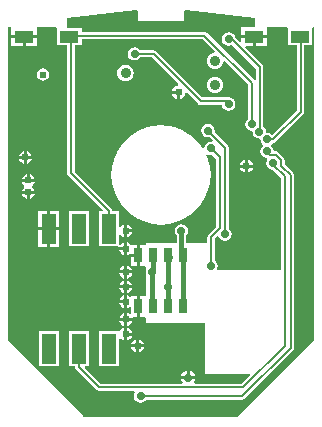
<source format=gbl>
%FSTAX23Y23*%
%MOIN*%
%SFA1B1*%

%IPPOS*%
%ADD18C,0.015000*%
%ADD19C,0.008000*%
%ADD21R,0.050000X0.100000*%
%ADD22C,0.035430*%
%ADD23R,0.064960X0.041340*%
%ADD24C,0.028000*%
%ADD25C,0.024000*%
%ADD26R,0.028000X0.050000*%
%LNsensorrig-1*%
%LPD*%
G36*
X-00345Y00489D02*
Y00487D01*
Y00431*
X-00313*
Y00005*
X-00312Y00001*
X-00309Y-00002*
X-00194Y-00118*
X-00196Y-00122*
X-00207*
Y-00238*
X-00144*
X-00142Y-00241*
X-00123*
Y-00224*
X-00126Y-00225*
X-00133Y-0023*
X-00136Y-00233*
X-00141Y-00231*
Y-00201*
X-00136Y-00199*
X-00133Y-00202*
X-00126Y-00207*
X-00123Y-00208*
Y-00187*
Y-00165*
X-00126Y-00166*
X-00133Y-00171*
X-00136Y-00174*
X-00141Y-00172*
Y-00122*
X-00161*
Y-00121*
X-00162Y-00116*
X-00165Y-00112*
X-00288Y0001*
Y00431*
X-00264*
Y00452*
X0014*
X0018Y00412*
X00178Y00407*
X00173Y00406*
X00167Y00404*
X00161Y00399*
X00157Y00393*
X00154Y00387*
X00153Y00379*
X00154Y00372*
X00157Y00366*
X00161Y0036*
X00167Y00355*
X00173Y00353*
X00181Y00352*
X00188Y00353*
X00195Y00355*
X002Y0036*
X00205Y00366*
X00207Y00372*
X00208Y00377*
X00213Y00379*
X00291Y00301*
Y00187*
X00287Y00184*
X00282Y00177*
X0028Y00169*
X00282Y0016*
X00287Y00153*
X00294Y00148*
X00303Y00146*
X00306Y00142*
X00308Y00134*
X00313Y00127*
X0032Y00122*
X00328Y00121*
X00332Y00116*
X00333Y00109*
X00338Y00102*
X0034Y001*
Y00095*
X00338Y00094*
X00333Y00087*
X00331Y00078*
X00333Y0007*
X00338Y00062*
X00345Y00058*
X00353Y00056*
X00355Y00053*
X00355Y00051*
X00353Y00047*
X00351Y00039*
X00353Y0003*
X00358Y00023*
X00365Y00018*
X00374Y00016*
X00401Y-0001*
Y-00316*
X00191*
X0019Y-00316*
X00188Y-00313*
X00189Y-00305*
X00188Y-00296*
X00183Y-00289*
X00181Y-00287*
Y-00229*
X00179*
Y-00214*
X00188Y-00205*
X00193Y-00206*
X00193Y-00207*
X00198Y-00215*
X00205Y-00219*
X00214Y-00221*
X00222Y-00219*
X0023Y-00215*
X00234Y-00207*
X00236Y-00199*
X00234Y-0019*
X0023Y-00183*
X00226Y-0018*
Y0009*
X00225Y00095*
X00222Y00099*
X00179Y00143*
X00179Y00147*
X00178Y00156*
X00173Y00163*
X00166Y00168*
X00157Y0017*
X00148Y00168*
X00141Y00163*
X00136Y00156*
X00135Y00147*
X00136Y00139*
X00141Y00131*
X00148Y00126*
X00157Y00125*
X00161Y00126*
X00172Y00115*
X0017Y0011*
X00167Y00111*
X00158Y00109*
X00151Y00104*
X00146Y00097*
X00145Y00089*
X00141Y00088*
X0014Y00088*
X00134Y00097*
X00134Y00097*
X00134Y00098*
X00117Y00117*
X00117Y00117*
X00117Y00117*
X00098Y00134*
X00097Y00134*
X00097Y00134*
X00075Y00147*
X00075Y00147*
X00074Y00148*
X00051Y00157*
X00051Y00157*
X0005Y00158*
X00026Y00163*
X00025Y00163*
X00025Y00164*
X0Y00166*
X0Y00166*
X0Y00166*
X-00025Y00164*
X-00025Y00163*
X-00026Y00163*
X-0005Y00158*
X-00051Y00157*
X-00051Y00157*
X-00074Y00148*
X-00075Y00147*
X-00075Y00147*
X-00097Y00134*
X-00097Y00134*
X-00098Y00134*
X-00117Y00117*
X-00117Y00117*
X-00117Y00117*
X-00134Y00098*
X-00134Y00097*
X-00134Y00097*
X-00147Y00075*
X-00147Y00075*
X-00148Y00074*
X-00157Y00051*
X-00157Y00051*
X-00158Y0005*
X-00163Y00026*
X-00163Y00025*
X-00164Y00025*
X-00166Y0*
X-00166Y0*
X-00166Y0*
X-00164Y-00025*
X-00163Y-00025*
X-00163Y-00026*
X-00158Y-0005*
X-00157Y-00051*
X-00157Y-00051*
X-00148Y-00074*
X-00147Y-00075*
X-00147Y-00075*
X-00134Y-00097*
X-00134Y-00097*
X-00134Y-00098*
X-00117Y-00117*
X-00117Y-00117*
X-00117Y-00117*
X-00098Y-00134*
X-00097Y-00134*
X-00097Y-00134*
X-00075Y-00147*
X-00075Y-00147*
X-00074Y-00148*
X-00051Y-00157*
X-00051Y-00157*
X-0005Y-00158*
X-00026Y-00163*
X-00025Y-00163*
X-00025Y-00164*
X0Y-00166*
X0Y-00166*
X0Y-00166*
X00025Y-00164*
X00025Y-00163*
X00026Y-00163*
X0005Y-00158*
X00051Y-00157*
X00051Y-00157*
X00074Y-00148*
X00075Y-00147*
X00075Y-00147*
X00097Y-00134*
X00097Y-00134*
X00098Y-00134*
X00117Y-00117*
X00117Y-00117*
X00117Y-00117*
X00134Y-00098*
X00134Y-00097*
X00134Y-00097*
X00147Y-00075*
X00147Y-00075*
X00148Y-00074*
X00157Y-00051*
X00157Y-00051*
X00158Y-0005*
X00163Y-00026*
X00163Y-00025*
X00164Y-00025*
X00166Y0*
X00166Y0*
X00166Y0*
X00164Y00025*
X00163Y00025*
X00163Y00026*
X00158Y0005*
X00157Y00051*
X00157Y00051*
X00151Y00066*
X00155Y00069*
X00158Y00067*
X00167Y00066*
X00171Y00067*
X00184Y00053*
Y-00174*
X00158Y-002*
X00156Y-00204*
X00155Y-00209*
Y-00229*
X00084*
Y-00202*
X00084Y-00202*
X00089Y-00195*
X00091Y-00187*
X00089Y-00178*
X00084Y-00171*
X00077Y-00166*
X00068Y-00164*
X0006Y-00166*
X00053Y-00171*
X00048Y-00178*
X00046Y-00187*
X00048Y-00195*
X00053Y-00202*
X00053Y-00202*
Y-00229*
X-00051*
Y-00234*
X-0007*
Y-00269*
Y-00304*
X-00054*
X-00051Y-00307*
Y-0032*
X-00051Y-00324*
X-00051Y-00328*
Y-00404*
X-0007*
Y-00439*
Y-00474*
X-00054*
X-00051Y-00477*
Y-00495*
X00146*
Y-00663*
X00297*
X00298Y-00668*
X0027Y-00696*
X00112*
X0011Y-00691*
X00114Y-00685*
X00115Y-00681*
X00068*
X00068Y-00685*
X00072Y-00691*
X0007Y-00696*
X-00201*
X-00254Y-00643*
X-00252Y-00638*
X-00241*
Y-00522*
X-00307*
Y-00638*
X-00286*
Y-00641*
X-00285Y-00646*
X-00282Y-00649*
X-00215Y-00717*
X-00211Y-00719*
X-00206Y-0072*
X-00089*
X-00087Y-00725*
X-00089Y-00729*
X-00091Y-00738*
X-00089Y-00746*
X-00084Y-00754*
X-00077Y-00758*
X-00068Y-0076*
X-0006Y-00758*
X-00053Y-00754*
X-0005Y-0075*
X00271*
X00275Y-00749*
X00279Y-00746*
X00441Y-00585*
X00444Y-00581*
X00445Y-00576*
Y-00002*
X00444Y00002*
X00441Y00006*
X00412Y00035*
Y0005*
X00411Y00054*
X00408Y00058*
X00391Y00076*
X00387Y00079*
X00382Y00079*
X00376*
X00375Y00087*
X0037Y00094*
X00368Y00095*
Y001*
X0037Y00102*
X00372Y00105*
X00374*
X00378Y00106*
X00382Y00109*
X00475Y00201*
X00477Y00205*
X00478Y0021*
Y00431*
X00503*
Y00488*
X00506Y00492*
X00511Y00491*
Y-00551*
X00255Y-00807*
X-00255*
X-00511Y-00551*
Y00492*
X-00503*
X-00499Y00491*
Y00487*
Y00465*
X-00414*
Y00491*
X-00409Y00492*
X-00349*
X-00345Y00489*
G37*
G36*
X00314Y00522D02*
Y00492D01*
X0031Y00491*
X00268*
Y00465*
X00353*
Y00491*
X00358Y00492*
X00418*
X00422Y00489*
Y00487*
Y00431*
X00454*
Y00215*
X00372Y00133*
X0037Y00133*
X00362Y00138*
X00354Y0014*
X00351Y00144*
X00349Y00152*
X00344Y00159*
X00341Y00161*
Y00359*
X0034Y00364*
X00338Y00368*
X0028Y00425*
X00282Y00429*
X00306*
Y00455*
X00268*
Y00444*
X00263Y00442*
X00247Y00458*
X00247Y00461*
X00242Y00468*
X00234Y00473*
X00226Y00475*
X00217Y00473*
X0021Y00468*
X00205Y00461*
X00203Y00452*
X00205Y00444*
X0021Y00436*
X00217Y00432*
X00226Y0043*
X00234Y00432*
X00237Y00433*
X00317Y00354*
Y00316*
X00312Y00315*
X00312Y00315*
X00154Y00473*
X0015Y00475*
X00145Y00476*
X-00264*
Y00489*
X-00311*
X-00314Y00492*
Y00494*
Y00522*
X-00082Y0055*
X-00078Y00547*
Y00511*
X00078*
Y00547*
X00082Y0055*
X00314Y00522*
G37*
%LNsensorrig-2*%
%LPC*%
G36*
X-00123Y-00379D02*
X-00139D01*
X-00138Y-00382*
X-00133Y-00389*
X-00126Y-00394*
X-00123Y-00395*
Y-00379*
G37*
G36*
Y-00352D02*
X-00126Y-00353D01*
X-00133Y-00358*
X-00138Y-00365*
X-00139Y-00369*
X-00123*
Y-00352*
G37*
G36*
X-00113D02*
Y-00369D01*
X-00096*
X-00097Y-00365*
X-00102Y-00358*
X-00109Y-00353*
X-00113Y-00352*
G37*
G36*
X-00123Y-00428D02*
X-00139D01*
X-00138Y-00431*
X-00133Y-00439*
X-00126Y-00443*
X-00123Y-00444*
Y-00428*
G37*
G36*
Y-00401D02*
X-00126Y-00402D01*
X-00133Y-00407*
X-00138Y-00414*
X-00139Y-00418*
X-00123*
Y-00401*
G37*
G36*
X-00096Y-00379D02*
X-00113D01*
Y-00395*
X-00109Y-00394*
X-00102Y-00389*
X-00097Y-00382*
X-00096Y-00379*
G37*
G36*
Y-00329D02*
X-00113D01*
Y-00346*
X-00109Y-00345*
X-00102Y-0034*
X-00097Y-00333*
X-00096Y-00329*
G37*
G36*
X-0008Y-00274D02*
X-00099D01*
Y-00304*
X-0008*
Y-00274*
G37*
G36*
X-00123Y-00251D02*
X-00139D01*
X-00138Y-00254*
X-00133Y-00261*
X-00126Y-00266*
X-00123Y-00267*
Y-00251*
G37*
G36*
X-00113Y-00224D02*
Y-00246D01*
Y-00267*
X-00109Y-00266*
X-00104Y-00263*
X-00101Y-00264*
X-0008*
Y-00234*
X-00099*
X-00102Y-0023*
X-00102Y-0023*
X-00109Y-00225*
X-00113Y-00224*
G37*
G36*
X-00123Y-00329D02*
X-00139D01*
X-00138Y-00333*
X-00133Y-0034*
X-00126Y-00345*
X-00123Y-00346*
Y-00329*
G37*
G36*
Y-00303D02*
X-00126Y-00304D01*
X-00133Y-00308*
X-00138Y-00316*
X-00139Y-00319*
X-00123*
Y-00303*
G37*
G36*
X-00113D02*
Y-00319D01*
X-00096*
X-00097Y-00316*
X-00102Y-00308*
X-00109Y-00304*
X-00113Y-00303*
G37*
G36*
Y-00401D02*
Y-00423D01*
Y-00444*
X-00109Y-00443*
X-00104Y-0044*
X-00099Y-00442*
Y-00462*
X-00104Y-00465*
X-00109Y-00461*
X-00113Y-0046*
Y-00477*
X-00095*
X-00093Y-00474*
X-0008*
Y-00439*
Y-00404*
X-00099*
X-00104Y-00406*
X-00109Y-00402*
X-00113Y-00401*
G37*
G36*
X-00083Y-00575D02*
X-001D01*
X-00099Y-00579*
X-00094Y-00586*
X-00087Y-00591*
X-00083Y-00592*
Y-00575*
G37*
G36*
X-00057D02*
X-00073D01*
Y-00592*
X-0007Y-00591*
X-00062Y-00586*
X-00058Y-00579*
X-00057Y-00575*
G37*
G36*
X-00083Y-00549D02*
X-00087Y-0055D01*
X-00094Y-00555*
X-00099Y-00562*
X-001Y-00565*
X-00083*
Y-00549*
G37*
G36*
X00086Y-00652D02*
X00082Y-00653D01*
X00074Y-00658*
X00068Y-00666*
X00068Y-00671*
X00086*
Y-00652*
G37*
G36*
X00096D02*
Y-00671D01*
X00115*
X00114Y-00666*
X00108Y-00658*
X001Y-00653*
X00096Y-00652*
G37*
G36*
X-00341Y-00522D02*
X-00407D01*
Y-00638*
X-00341*
Y-00522*
G37*
G36*
X-00073Y-00549D02*
Y-00565D01*
X-00057*
X-00058Y-00562*
X-00062Y-00555*
X-0007Y-0055*
X-00073Y-00549*
G37*
G36*
X-00096Y-00487D02*
X-00113D01*
Y-00503*
X-00109Y-00503*
X-00102Y-00498*
X-00097Y-0049*
X-00096Y-00487*
G37*
G36*
X-00123D02*
X-00139D01*
X-00138Y-0049*
X-00133Y-00498*
X-00126Y-00503*
X-00123Y-00503*
Y-00487*
G37*
G36*
Y-0046D02*
X-00126Y-00461D01*
X-00133Y-00466*
X-00138Y-00473*
X-00139Y-00477*
X-00123*
Y-0046*
G37*
G36*
Y-0051D02*
X-00126Y-0051D01*
X-00133Y-00515*
X-00137Y-0052*
X-00141Y-00522*
X-00143*
X-00207*
Y-00638*
X-00141*
Y-00545*
X-00136Y-00544*
X-00133Y-00547*
X-00126Y-00552*
X-00123Y-00552*
Y-00531*
Y-0051*
G37*
G36*
X-00096Y-00536D02*
X-00113D01*
Y-00552*
X-00109Y-00552*
X-00102Y-00547*
X-00097Y-0054*
X-00096Y-00536*
G37*
G36*
X-00113Y-0051D02*
Y-00526D01*
X-00096*
X-00097Y-00522*
X-00102Y-00515*
X-00109Y-0051*
X-00113Y-0051*
G37*
G36*
X-00379Y-00185D02*
X-00409D01*
Y-0024*
X-00379*
Y-00185*
G37*
G36*
X-00457Y0008D02*
X-00461Y00079D01*
X-00468Y00074*
X-00473Y00067*
X-00474Y00064*
X-00457*
Y0008*
G37*
G36*
X-00447D02*
Y00064D01*
X-00431*
X-00432Y00067*
X-00436Y00074*
X-00444Y00079*
X-00447Y0008*
G37*
G36*
X-00088Y00425D02*
X-00097Y00424D01*
X-00104Y00419*
X-00109Y00412*
X-00111Y00403*
X-00109Y00394*
X-00104Y00387*
X-00097Y00382*
X-00088Y00381*
X-0008Y00382*
X-00072Y00387*
X-0007Y00391*
X-00029*
X00058Y00302*
X00056Y00297*
X0005Y00296*
X00043Y00291*
X00038Y00284*
X00037Y0028*
X00059*
Y00275*
X00064*
Y00254*
X00067Y00254*
X00074Y00259*
X00079Y00267*
X00081Y00273*
X00086Y00275*
X00124Y00237*
X00128Y00234*
X00132Y00233*
X00204*
X00205Y00227*
X0021Y0022*
X00217Y00215*
X00226Y00213*
X00234Y00215*
X00242Y0022*
X00247Y00227*
X00248Y00236*
X00247Y00244*
X00242Y00252*
X00234Y00256*
X00226Y00258*
X00224Y00258*
X00137*
X-00016Y00412*
X-0002Y00414*
X-00024Y00415*
X-0007*
X-00072Y00419*
X-0008Y00424*
X-00088Y00425*
G37*
G36*
X0029Y0005D02*
Y00034D01*
X00306*
X00306Y00038*
X00301Y00045*
X00294Y0005*
X0029Y0005*
G37*
G36*
X-00457Y00054D02*
X-00474D01*
X-00473Y0005*
X-00468Y00043*
X-00461Y00038*
X-00457Y00037*
Y00054*
G37*
G36*
X-00431D02*
X-00447D01*
Y00037*
X-00444Y00038*
X-00436Y00043*
X-00432Y0005*
X-00431Y00054*
G37*
G36*
X00054Y0027D02*
X00037D01*
X00038Y00267*
X00043Y00259*
X0005Y00254*
X00054Y00254*
Y0027*
G37*
G36*
X-00461Y00455D02*
X-00499D01*
Y00429*
X-00461*
Y00455*
G37*
G36*
X-00414D02*
X-00451D01*
Y00429*
X-00414*
Y00455*
G37*
G36*
X00353D02*
X00316D01*
Y00429*
X00353*
Y00455*
G37*
G36*
X00181Y00327D02*
X00173Y00326D01*
X00167Y00324*
X00161Y00319*
X00157Y00313*
X00154Y00307*
X00153Y00299*
X00154Y00292*
X00157Y00286*
X00161Y0028*
X00167Y00275*
X00173Y00273*
X00181Y00272*
X00188Y00273*
X00195Y00275*
X002Y0028*
X00205Y00286*
X00207Y00292*
X00208Y00299*
X00207Y00307*
X00205Y00313*
X002Y00319*
X00195Y00324*
X00188Y00326*
X00181Y00327*
G37*
G36*
X-00118Y00367D02*
X-00126Y00366D01*
X-00132Y00364*
X-00138Y00359*
X-00142Y00353*
X-00145Y00347*
X-00146Y00339*
X-00145Y00332*
X-00142Y00326*
X-00138Y0032*
X-00132Y00315*
X-00126Y00313*
X-00118Y00312*
X-00111Y00313*
X-00104Y00315*
X-00099Y0032*
X-00094Y00326*
X-00092Y00332*
X-00091Y00339*
X-00092Y00347*
X-00094Y00353*
X-00099Y00359*
X-00104Y00364*
X-00111Y00366*
X-00118Y00367*
G37*
G36*
X-00393Y00355D02*
X-00401Y00353D01*
X-00408Y00349*
X-00412Y00342*
X-00414Y00334*
X-00412Y00326*
X-00408Y0032*
X-00401Y00315*
X-00393Y00314*
X-00385Y00315*
X-00379Y0032*
X-00374Y00326*
X-00373Y00334*
X-00374Y00342*
X-00379Y00349*
X-00385Y00353*
X-00393Y00355*
G37*
G36*
X0028Y0005D02*
X00276Y0005D01*
X00269Y00045*
X00264Y00038*
X00264Y00034*
X0028*
Y0005*
G37*
G36*
X-00113Y-00165D02*
Y-00182D01*
X-00096*
X-00097Y-00178*
X-00102Y-00171*
X-00109Y-00166*
X-00113Y-00165*
G37*
G36*
X-00379Y-0012D02*
X-00409D01*
Y-00175*
X-00379*
Y-0012*
G37*
G36*
X-00339D02*
X-00369D01*
Y-00175*
X-00339*
Y-0012*
G37*
G36*
Y-00185D02*
X-00369D01*
Y-0024*
X-00339*
Y-00185*
G37*
G36*
X-00241Y-00122D02*
X-00307D01*
Y-00238*
X-00241*
Y-00122*
G37*
G36*
X-00096Y-00192D02*
X-00113D01*
Y-00208*
X-00109Y-00207*
X-00102Y-00202*
X-00097Y-00195*
X-00096Y-00192*
G37*
G36*
X-00447Y-00064D02*
X-00464D01*
X-00463Y-00067*
X-00458Y-00074*
X-00451Y-00079*
X-00447Y-0008*
Y-00064*
G37*
G36*
X-00437Y00001D02*
Y-00014D01*
X-00421*
X-00422Y-00011*
X-00427Y-00003*
X-00434Y00001*
X-00437Y00001*
G37*
G36*
X0028Y00024D02*
X00264D01*
X00264Y0002*
X00269Y00013*
X00276Y00008*
X0028Y00008*
Y00024*
G37*
G36*
X00306D02*
X0029D01*
Y00008*
X00294Y00008*
X00301Y00013*
X00306Y0002*
X00306Y00024*
G37*
G36*
X-00421Y-00064D02*
X-00437D01*
Y-0008*
X-00434Y-00079*
X-00427Y-00074*
X-00422Y-00067*
X-00421Y-00064*
G37*
G36*
Y-00024D02*
X-00464D01*
X-00463Y-00028*
X-00458Y-00035*
X-00456Y-00036*
Y-00041*
X-00458Y-00043*
X-00463Y-0005*
X-00464Y-00054*
X-00421*
X-00422Y-0005*
X-00427Y-00043*
X-00429Y-00041*
Y-00036*
X-00427Y-00035*
X-00422Y-00028*
X-00421Y-00024*
G37*
G36*
X-00447Y00001D02*
X-00451Y00001D01*
X-00458Y-00003*
X-00463Y-00011*
X-00464Y-00014*
X-00447*
Y00001*
G37*
%LNsensorrig-3*%
%LPD*%
G54D18*
X00075Y-00439D02*
Y-00269D01*
X00068Y-00263D02*
Y-00187D01*
Y-00263D02*
X00075Y-00269D01*
X-00029Y-00434D02*
X-00025Y-00439D01*
X-00029Y-00324D02*
X-00025Y-0032D01*
X00025Y-00269D02*
X00029Y-00273D01*
X00025Y-00278D02*
X00029Y-00273D01*
X-00029Y-00434D02*
Y-00324D01*
X-00025Y-0032D02*
Y-00269D01*
X00025Y-00439D02*
Y-00269D01*
G54D19*
X00214Y-00199D02*
Y0009D01*
X00157Y00147D02*
X00214Y0009D01*
X00167Y00088D02*
X00196Y00059D01*
Y-00179D02*
Y00059D01*
X00354Y00118D02*
X00374D01*
X00466Y0021*
Y00464*
X00328Y00143D02*
X00329Y00144D01*
Y00359*
X00236Y00452D02*
X00329Y00359D01*
X00226Y00452D02*
X00236D01*
X00303Y00169D02*
Y00306D01*
X00145Y00464D02*
X00303Y00306D01*
X-00301Y00464D02*
X00145D01*
X-00174Y-0018D02*
Y-00121D01*
X-00301Y00005D02*
X-00174Y-00121D01*
X-00301Y00005D02*
Y00464D01*
X00354Y00078D02*
X00365Y00067D01*
X-00206Y-00708D02*
X00275D01*
X-00274Y-00641D02*
X-00206Y-00708D01*
X-00274Y-00641D02*
Y-0058D01*
X-00068Y-00738D02*
X00271D01*
X00413Y-0057D02*
Y-00005D01*
X00271Y-00738D02*
X00433Y-00576D01*
Y-00002*
X00275Y-00708D02*
X00413Y-0057D01*
X00167Y-00305D02*
Y-00209D01*
X00196Y-00179*
X-00088Y00403D02*
X-00024D01*
X00132Y00246*
X00226*
X00374Y00034D02*
X00413Y-00005D01*
X00374Y00034D02*
Y00039D01*
X004Y0003D02*
X00433Y-00002D01*
X004Y0003D02*
Y0005D01*
X00382Y00067D02*
X004Y0005D01*
X00365Y00067D02*
X00382D01*
G54D21*
X-00374Y-0058D03*
X-00274D03*
X-00174D03*
X-00374Y-0018D03*
X-00274D03*
X-00174D03*
G54D22*
X00181Y00299D03*
Y00379D03*
X-00118Y00339D03*
G54D23*
X-00305Y0046D03*
X-00456Y0046D03*
X00311D03*
X00462Y0046D03*
G54D24*
X00025Y-00374D03*
X-00088Y00403D03*
X00214Y-00199D03*
X00157Y00147D03*
X00167Y00088D03*
X00068Y-00187D03*
X00167Y-00305D03*
X00226Y00236D03*
X00303Y00169D03*
X00328Y00143D03*
X00354Y00118D03*
X00226Y00452D03*
X00354Y00078D03*
X-00068Y-00738D03*
X00374Y00039D03*
X00091Y-00676D03*
X-00029Y-00324D03*
G54D25*
X-00442Y-00019D03*
Y-00059D03*
X-00452Y00059D03*
X-00393Y00334D03*
X00059Y00275D03*
X-00118Y-00531D03*
Y-00482D03*
Y-00423D03*
Y-00374D03*
Y-00324D03*
Y-00246D03*
Y-00187D03*
X-00078Y-0057D03*
X00285Y00029D03*
G54D26*
X00075Y-00439D03*
X00025D03*
X-00025D03*
X-00075D03*
X00075Y-00269D03*
X00025D03*
X-00025D03*
X-00075D03*
M02*
</source>
